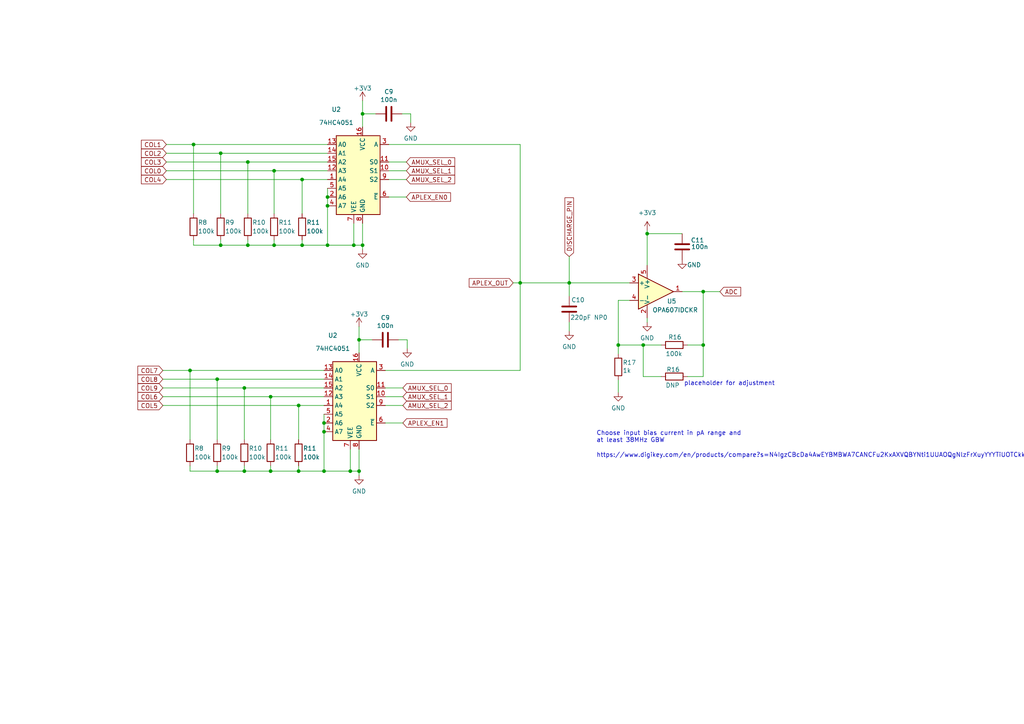
<source format=kicad_sch>
(kicad_sch (version 20230121) (generator eeschema)
  (paper "A4")
  (title_block (title "Le Capybara") (date "2023-07-08") (rev "0.2") (company "sporkus"))
  (lib_symbols
    (symbol "74xx:74HC4051"
      (property "Reference" "U" (at -5.08 11.43 0))
      (property "Value" "74HC4051" (at -7.62 -13.97 0))
      (symbol "74HC4051_0_1"
        (rectangle (start -5.08 10.16) (end 7.62 -12.7) (stroke (width 0.254)) (fill (type background)))
      )
      (symbol "74HC4051_1_1"
        (pin passive line (at 10.16 -2.54 180) (length 2.54) (name "A4") (number "1"))
        (pin input line (at -7.62 0 0) (length 2.54) (name "S1") (number "10"))
        (pin input line (at -7.62 2.54 0) (length 2.54) (name "S0") (number "11"))
        (pin passive line (at 10.16 0 180) (length 2.54) (name "A3") (number "12"))
        (pin passive line (at 10.16 7.62 180) (length 2.54) (name "A0") (number "13"))
        (pin passive line (at 10.16 5.08 180) (length 2.54) (name "A1") (number "14"))
        (pin passive line (at 10.16 2.54 180) (length 2.54) (name "A2") (number "15"))
        (pin power_in line (at 0 12.7 270) (length 2.54) (name "VCC") (number "16"))
        (pin passive line (at 10.16 -7.62 180) (length 2.54) (name "A6") (number "2"))
        (pin passive line (at -7.62 7.62 0) (length 2.54) (name "A") (number "3"))
        (pin passive line (at 10.16 -10.16 180) (length 2.54) (name "A7") (number "4"))
        (pin passive line (at 10.16 -5.08 180) (length 2.54) (name "A5") (number "5"))
        (pin input line (at -7.62 -7.62 0) (length 2.54) (name "~{E}") (number "6"))
        (pin power_in line (at 2.54 -15.24 90) (length 2.54) (name "VEE") (number "7"))
        (pin power_in line (at 0 -15.24 90) (length 2.54) (name "GND") (number "8"))
        (pin input line (at -7.62 -2.54 0) (length 2.54) (name "S2") (number "9"))
      )
    )
    (symbol "Amplifier_Operational:OPA340NA" (pin_names (offset 0.127))
      (property "Reference" "U" (at -1.27 6.35 0))
      (property "Value" "OPA340NA" (at -1.27 3.81 0))
      (symbol "OPA340NA_0_1"
        (polyline (pts (xy -5.08 5.08) (xy 5.08 0) (xy -5.08 -5.08) (xy -5.08 5.08)) (stroke (width 0.254)) (fill (type background)))
        (pin power_in line (at -2.54 -7.62 90) (length 3.81) (name "V-") (number "2"))
        (pin power_in line (at -2.54 7.62 270) (length 3.81) (name "V+") (number "5"))
      )
      (symbol "OPA340NA_1_1"
        (pin output line (at 7.62 0 180) (length 2.54) (name "~") (number "1"))
        (pin input line (at -7.62 2.54 0) (length 2.54) (name "+") (number "3"))
        (pin input line (at -7.62 -2.54 0) (length 2.54) (name "-") (number "4"))
      )
    )
    (symbol "Device:C" (pin_numbers hide) (pin_names (offset 0.254))
      (property "Reference" "C" (at 0.635 2.54 0))
      (property "Value" "C" (at 0.635 -2.54 0))
      (symbol "C_0_1"
        (polyline (pts (xy -2.032 -0.762) (xy 2.032 -0.762)) (stroke (width 0.508)))
        (polyline (pts (xy -2.032 0.762) (xy 2.032 0.762)) (stroke (width 0.508)))
      )
      (symbol "C_1_1"
        (pin passive line (at 0 3.81 270) (length 2.794) (name "~") (number "1"))
        (pin passive line (at 0 -3.81 90) (length 2.794) (name "~") (number "2"))
      )
    )
    (symbol "Device:R" (pin_numbers hide) (pin_names (offset 0))
      (property "Reference" "R" (at 2.032 0 90))
      (property "Value" "R" (at 0 0 90))
      (symbol "R_0_1"
        (rectangle (start -1.016 -2.54) (end 1.016 2.54) (stroke (width 0.254)))
      )
      (symbol "R_1_1"
        (pin passive line (at 0 3.81 270) (length 1.27) (name "~") (number "1"))
        (pin passive line (at 0 -3.81 90) (length 1.27) (name "~") (number "2"))
      )
    )
    (symbol "power:+3.3V" (power) (pin_names (offset 0))
      (property "Value" "+3.3V" (at 0 3.556 0))
      (symbol "+3.3V_0_1"
        (polyline (pts (xy -0.762 1.27) (xy 0 2.54)))
        (polyline (pts (xy 0 0) (xy 0 2.54)))
        (polyline (pts (xy 0 2.54) (xy 0.762 1.27)))
      )
      (symbol "+3.3V_1_1"
        (pin power_in line (at 0 0 90) (length 0) hide (name "+3V3") (number "1"))
      )
    )
    (symbol "power:GND" (power) (pin_names (offset 0))
      (property "Value" "GND" (at 0 -3.81 0))
      (symbol "GND_0_1"
        (polyline (pts (xy 0 0) (xy 0 -1.27) (xy 1.27 -1.27) (xy 0 -2.54) (xy -1.27 -1.27) (xy 0 -1.27)))
      )
      (symbol "GND_1_1"
        (pin power_in line (at 0 0 270) (length 0) hide (name "GND") (number "1"))
      )
    )
  )
  (junction (at 93.98 125.222))
  (junction (at 93.98 122.682))
  (junction (at 93.98 136.652))
  (junction (at 62.992 136.652))
  (junction (at 165.1 82.042))
  (junction (at 87.63 71.12))
  (junction (at 203.962 100.076))
  (junction (at 62.992 109.982))
  (junction (at 86.614 117.602))
  (junction (at 150.876 82.042))
  (junction (at 79.502 49.53))
  (junction (at 70.866 112.522))
  (junction (at 102.616 71.12))
  (junction (at 71.882 46.99))
  (junction (at 71.882 71.12))
  (junction (at 203.962 84.582))
  (junction (at 87.63 52.07))
  (junction (at 64.008 71.12))
  (junction (at 64.008 44.45))
  (junction (at 104.14 136.652))
  (junction (at 70.866 136.652))
  (junction (at 94.996 59.69))
  (junction (at 94.996 57.15))
  (junction (at 101.6 136.652))
  (junction (at 105.156 33.02))
  (junction (at 79.502 71.12))
  (junction (at 55.118 107.442))
  (junction (at 86.614 136.652))
  (junction (at 179.324 100.076))
  (junction (at 105.156 71.12))
  (junction (at 104.14 98.552))
  (junction (at 78.486 136.652))
  (junction (at 78.486 115.062))
  (junction (at 94.996 71.12))
  (junction (at 56.134 41.91))
  (junction (at 186.563 100.076))
  (junction (at 187.706 67.7734))
  (wire (pts (xy 165.1 82.042) (xy 182.626 82.042)))
  (wire (pts (xy 79.502 69.596) (xy 79.502 71.12)))
  (wire (pts (xy 94.996 52.07) (xy 87.63 52.07)))
  (wire (pts (xy 115.57 98.552) (xy 118.11 98.552)))
  (wire (pts (xy 119.126 33.02) (xy 119.126 35.56)))
  (wire (pts (xy 150.876 82.042) (xy 150.876 41.91)))
  (wire (pts (xy 87.63 61.976) (xy 87.63 52.07)))
  (wire (pts (xy 47.244 115.062) (xy 78.486 115.062)))
  (wire (pts (xy 70.866 135.128) (xy 70.866 136.652)))
  (wire (pts (xy 112.776 41.91) (xy 150.876 41.91)))
  (wire (pts (xy 117.856 57.15) (xy 112.776 57.15)))
  (wire (pts (xy 150.876 107.442) (xy 111.76 107.442)))
  (wire (pts (xy 86.614 135.128) (xy 86.614 136.652)))
  (wire (pts (xy 105.156 33.02) (xy 105.156 36.83)))
  (wire (pts (xy 165.1 93.472) (xy 165.1 96.012)))
  (wire (pts (xy 199.39 100.076) (xy 203.962 100.076)))
  (wire (pts (xy 186.563 100.076) (xy 191.77 100.076)))
  (wire (pts (xy 112.776 52.07) (xy 117.856 52.07)))
  (wire (pts (xy 101.6 136.652) (xy 104.14 136.652)))
  (wire (pts (xy 94.996 49.53) (xy 79.502 49.53)))
  (wire (pts (xy 187.706 67.7734) (xy 197.866 67.7734)))
  (wire (pts (xy 71.882 69.596) (xy 71.882 71.12)))
  (wire (pts (xy 47.244 109.982) (xy 62.992 109.982)))
  (wire (pts (xy 48.26 44.45) (xy 64.008 44.45)))
  (wire (pts (xy 102.616 71.12) (xy 105.156 71.12)))
  (wire (pts (xy 87.63 71.12) (xy 94.996 71.12)))
  (wire (pts (xy 64.008 71.12) (xy 71.882 71.12)))
  (wire (pts (xy 150.876 107.442) (xy 150.876 82.042)))
  (wire (pts (xy 94.996 59.69) (xy 94.996 71.12)))
  (wire (pts (xy 101.6 130.302) (xy 101.6 136.652)))
  (wire (pts (xy 203.962 109.22) (xy 203.962 100.076)))
  (wire (pts (xy 203.962 84.582) (xy 197.866 84.582)))
  (wire (pts (xy 78.486 135.128) (xy 78.486 136.652)))
  (wire (pts (xy 55.118 127.508) (xy 55.118 107.442)))
  (wire (pts (xy 86.614 117.602) (xy 93.98 117.602)))
  (wire (pts (xy 78.486 115.062) (xy 78.486 127.508)))
  (wire (pts (xy 111.76 112.522) (xy 116.84 112.522)))
  (wire (pts (xy 116.84 122.682) (xy 111.76 122.682)))
  (wire (pts (xy 56.134 41.91) (xy 94.996 41.91)))
  (wire (pts (xy 107.95 98.552) (xy 104.14 98.552)))
  (wire (pts (xy 78.486 136.652) (xy 86.614 136.652)))
  (wire (pts (xy 105.156 72.39) (xy 105.156 71.12)))
  (wire (pts (xy 86.614 136.652) (xy 93.98 136.652)))
  (wire (pts (xy 48.26 49.53) (xy 79.502 49.53)))
  (wire (pts (xy 118.11 98.552) (xy 118.11 101.092)))
  (wire (pts (xy 187.706 67.7734) (xy 187.706 76.962)))
  (wire (pts (xy 102.616 64.77) (xy 102.616 71.12)))
  (wire (pts (xy 150.876 82.042) (xy 165.1 82.042)))
  (wire (pts (xy 62.992 135.128) (xy 62.992 136.652)))
  (wire (pts (xy 62.992 109.982) (xy 93.98 109.982)))
  (wire (pts (xy 55.118 136.652) (xy 62.992 136.652)))
  (wire (pts (xy 56.134 71.12) (xy 64.008 71.12)))
  (wire (pts (xy 56.134 69.596) (xy 56.134 71.12)))
  (wire (pts (xy 105.156 64.77) (xy 105.156 71.12)))
  (wire (pts (xy 55.118 135.128) (xy 55.118 136.652)))
  (wire (pts (xy 94.996 44.45) (xy 64.008 44.45)))
  (wire (pts (xy 203.962 84.582) (xy 203.962 100.076)))
  (wire (pts (xy 104.14 137.922) (xy 104.14 136.652)))
  (wire (pts (xy 105.156 29.21) (xy 105.156 33.02)))
  (wire (pts (xy 71.882 71.12) (xy 79.502 71.12)))
  (wire (pts (xy 62.992 136.652) (xy 70.866 136.652)))
  (wire (pts (xy 186.563 109.22) (xy 186.563 100.076)))
  (wire (pts (xy 111.76 115.062) (xy 116.84 115.062)))
  (wire (pts (xy 47.244 117.602) (xy 86.614 117.602)))
  (wire (pts (xy 48.26 52.07) (xy 87.63 52.07)))
  (wire (pts (xy 94.996 54.61) (xy 94.996 57.15)))
  (wire (pts (xy 112.776 49.53) (xy 117.856 49.53)))
  (wire (pts (xy 47.244 112.522) (xy 70.866 112.522)))
  (wire (pts (xy 47.244 107.442) (xy 55.118 107.442)))
  (wire (pts (xy 93.98 115.062) (xy 78.486 115.062)))
  (wire (pts (xy 165.1 74.422) (xy 165.1 82.042)))
  (wire (pts (xy 71.882 61.976) (xy 71.882 46.99)))
  (wire (pts (xy 116.586 33.02) (xy 119.126 33.02)))
  (wire (pts (xy 165.1 82.042) (xy 165.1 85.852)))
  (wire (pts (xy 104.14 98.552) (xy 104.14 102.362)))
  (wire (pts (xy 111.76 117.602) (xy 116.84 117.602)))
  (wire (pts (xy 64.008 69.596) (xy 64.008 71.12)))
  (wire (pts (xy 93.98 136.652) (xy 101.6 136.652)))
  (wire (pts (xy 179.324 110.236) (xy 179.324 113.792)))
  (wire (pts (xy 93.98 120.142) (xy 93.98 122.682)))
  (wire (pts (xy 64.008 61.976) (xy 64.008 44.45)))
  (wire (pts (xy 104.14 94.742) (xy 104.14 98.552)))
  (wire (pts (xy 199.39 109.22) (xy 203.962 109.22)))
  (wire (pts (xy 104.14 130.302) (xy 104.14 136.652)))
  (wire (pts (xy 48.26 41.91) (xy 56.134 41.91)))
  (wire (pts (xy 108.966 33.02) (xy 105.156 33.02)))
  (wire (pts (xy 93.98 122.682) (xy 93.98 125.222)))
  (wire (pts (xy 93.98 125.222) (xy 93.98 136.652)))
  (wire (pts (xy 86.614 127.508) (xy 86.614 117.602)))
  (wire (pts (xy 70.866 136.652) (xy 78.486 136.652)))
  (wire (pts (xy 48.26 46.99) (xy 71.882 46.99)))
  (wire (pts (xy 112.776 46.99) (xy 117.856 46.99)))
  (wire (pts (xy 70.866 127.508) (xy 70.866 112.522)))
  (wire (pts (xy 70.866 112.522) (xy 93.98 112.522)))
  (wire (pts (xy 203.962 84.582) (xy 208.788 84.582)))
  (wire (pts (xy 94.996 57.15) (xy 94.996 59.69)))
  (wire (pts (xy 186.563 109.22) (xy 191.77 109.22)))
  (wire (pts (xy 179.324 87.122) (xy 179.324 100.076)))
  (wire (pts (xy 187.706 66.802) (xy 187.706 67.7734)))
  (wire (pts (xy 94.996 71.12) (xy 102.616 71.12)))
  (wire (pts (xy 179.324 100.076) (xy 179.324 102.616)))
  (wire (pts (xy 94.996 46.99) (xy 71.882 46.99)))
  (wire (pts (xy 148.844 82.042) (xy 150.876 82.042)))
  (wire (pts (xy 87.63 69.596) (xy 87.63 71.12)))
  (wire (pts (xy 62.992 127.508) (xy 62.992 109.982)))
  (wire (pts (xy 55.118 107.442) (xy 93.98 107.442)))
  (wire (pts (xy 56.134 61.976) (xy 56.134 41.91)))
  (wire (pts (xy 187.706 92.202) (xy 187.706 93.472)))
  (wire (pts (xy 179.324 100.076) (xy 186.563 100.076)))
  (wire (pts (xy 179.324 87.122) (xy 182.626 87.122)))
  (wire (pts (xy 79.502 49.53) (xy 79.502 61.976)))
  (wire (pts (xy 79.502 71.12) (xy 87.63 71.12)))
  (text "placeholder for adjustment" (at 198.374 112.014 0) (effects (font (size 1.27 1.27)) (justify left bottom)))
  (text "https://www.digikey.com/en/products/compare?s=N4IgzCBcDa4AwEYBMBWA7CANCFu2KxAXVQBYNti1UUAOQgNlzFrXuyYYYTiUOTCkkATlIp%2BSMCiRJaCfmjSlaU8QF1spKCAD0AUwB2OgA4AnAPYATAK4BjAC4BnHQDMAlgBt7e0zo9uDPQBDXyCAW2N-dx9nAMd7U2sww3sg%2BzdzAwBac2Ms8ONHLIAjaxcXH3yI5wZWAH5HAF4AOVIASQBzACsAYQAhW3MAcQB3AGkRgEFSAEcOgFkALQBFIYBNAFF5yaQ%2Bg0njDoARZeOkAFUdt0n5kbbJjcnHDr62vr02gA9JgBlJyZG8ycXUckzCAAkZiM0PYABYuSwGcHgjakMAAKTc6L6IxGcE%2BADUAEoEkbGWgAN3MsPOIxQFLWvQAYsUjkEANYAT3Bbi4KA6AHkAF4MJnNIXLRY7Sb7I7GAAaY1hAAViqR0R5%2BbCwkLugB1IUzBgAUl2nzGKAFPTCPVs7L0tvm8s%2BHVsAGUZsY1sUNj0enrJj1ObYiR0CUcPOdTe8%2BudmtZ2XAGAShQTjHqgwwiaZItZFt0E9GxvZ2eikEFzj0gnpisIER5LHoCQgmfKACp6o5HNbNBjy%2BXFIXy8wCywdT4bGZE5aRtbRxbnc60UgeMJgeaKPSLWw9PQjI5C8w-Aw9aNBTk9eWTLqWIXKgV6DoeJD4LIC5pOWG0SykCkEjqTPKer3JMtiBigyyPJMBLLJMY59D8tiPHo8rLMI4IjGETJTEyYEbEoUHypybjNAYaycn0kxBBsHSdiMRJMm0TIbOcYBMpRGwbNG6KfBinweG0QrJNI5xCm4Qawn0Qp6HopAIJMYzLEGxg9GMepEuc6KLCgQQ9D81jOtGbacrB6JgEcfQLqYNKmJ85wzAg8o-Aw9lEm4YzorCJlupMbQEj0pBrG45x6m48xtm4tBrG2HiLJ88o9G2wxuvMRwdD08zLJy2JjH0fRtjWbQ9P86ITLQ4KkJMRxhNGQyfH0Ar3Ey5h9GMxl6EcjiLF0MyWGgYzgpMRakJBPTgsU6xtGE5jzAY5wIGgQQwbYWRuOCyz9i4xU9CsSDNJ8-QdJyQx9BSAFEmAHG0OYiwGCRYAbV0kyfG4cDonqAEgAAvkAA" (at 172.974 132.842 0) (effects (font (size 1.27 1.27)) (justify left bottom)))
  (text "Choose input bias current in pA range and\nat least 38MHz GBW" (at 172.974 128.524 0) (effects (font (size 1.27 1.27)) (justify left bottom)))
  (global_label "AMUX_SEL_2" (shape input) (at 117.856 52.07 0) (property "Intersheetrefs" "${INTERSHEET_REFS}" (effects hide)))
  (global_label "COL6" (shape input) (at 47.244 115.062 180) (property "Intersheetrefs" "${INTERSHEET_REFS}" (effects hide)))
  (global_label "AMUX_SEL_0" (shape input) (at 117.856 46.99 0) (property "Intersheetrefs" "${INTERSHEET_REFS}" (effects hide)))
  (global_label "COL5" (shape input) (at 47.244 117.602 180) (property "Intersheetrefs" "${INTERSHEET_REFS}" (effects hide)))
  (global_label "COL0" (shape input) (at 48.26 49.53 180) (property "Intersheetrefs" "${INTERSHEET_REFS}" (effects hide)))
  (global_label "ADC" (shape input) (at 208.788 84.582 0) (property "Intersheetrefs" "${INTERSHEET_REFS}" (effects hide)))
  (global_label "COL7" (shape input) (at 47.244 107.442 180) (property "Intersheetrefs" "${INTERSHEET_REFS}" (effects hide)))
  (global_label "COL8" (shape input) (at 47.244 109.982 180) (property "Intersheetrefs" "${INTERSHEET_REFS}" (effects hide)))
  (global_label "APLEX_EN0" (shape input) (at 117.856 57.15 0) (property "Intersheetrefs" "${INTERSHEET_REFS}" (effects hide)))
  (global_label "APLEX_OUT" (shape input) (at 148.844 82.042 180) (property "Intersheetrefs" "${INTERSHEET_REFS}" (effects hide)))
  (global_label "COL2" (shape input) (at 48.26 44.45 180) (property "Intersheetrefs" "${INTERSHEET_REFS}" (effects hide)))
  (global_label "COL1" (shape input) (at 48.26 41.91 180) (property "Intersheetrefs" "${INTERSHEET_REFS}" (effects hide)))
  (global_label "DISCHARGE_PIN" (shape input) (at 165.1 74.422 90) (property "Intersheetrefs" "${INTERSHEET_REFS}" (effects hide)))
  (global_label "COL9" (shape input) (at 47.244 112.522 180) (property "Intersheetrefs" "${INTERSHEET_REFS}" (effects hide)))
  (global_label "APLEX_EN1" (shape input) (at 116.84 122.682 0) (property "Intersheetrefs" "${INTERSHEET_REFS}" (effects hide)))
  (global_label "AMUX_SEL_0" (shape input) (at 116.84 112.522 0) (property "Intersheetrefs" "${INTERSHEET_REFS}" (effects hide)))
  (global_label "COL3" (shape input) (at 48.26 46.99 180) (property "Intersheetrefs" "${INTERSHEET_REFS}" (effects hide)))
  (global_label "AMUX_SEL_2" (shape input) (at 116.84 117.602 0) (property "Intersheetrefs" "${INTERSHEET_REFS}" (effects hide)))
  (global_label "COL4" (shape input) (at 48.26 52.07 180) (property "Intersheetrefs" "${INTERSHEET_REFS}" (effects hide)))
  (global_label "AMUX_SEL_1" (shape input) (at 116.84 115.062 0) (property "Intersheetrefs" "${INTERSHEET_REFS}" (effects hide)))
  (global_label "AMUX_SEL_1" (shape input) (at 117.856 49.53 0) (property "Intersheetrefs" "${INTERSHEET_REFS}" (effects hide)))
  (symbol (lib_id "Device:R") (at 56.134 65.786 0) (unit 1)
    (property "Reference" "R8" (at 57.404 64.516 0) (effects (justify left)))
    (property "Value" "100k" (at 57.404 67.056 0) (effects (justify left)))
    (property "Footprint" "Resistor_SMD:R_0402_1005Metric" (effects hide))
    (property "LCSC" "C25741" (effects hide))
    (instances (project "analog" (path "" (reference "R8") (unit 1))) (project "le_capybara" (path "" (reference "R7") (unit 1))) (project "EC60-Rev_1_1" (path "" (reference "R8") (unit 1))))
  )
  (symbol (lib_id "power:GND") (at 104.14 137.922 0) (unit 1)
    (property "Reference" "#PWR036" (effects hide))
    (property "Value" "GND" (at 104.14 142.4845 0))
  )
  (symbol (lib_id "Device:R") (at 195.58 109.22 270) (unit 1) (in_bom no)
    (property "Reference" "R16" (at 193.294 107.188 90) (effects (justify left)))
    (property "Value" "DNP" (at 193.04 111.76 90) (effects (justify left)))
    (property "Footprint" "Resistor_SMD:R_0402_1005Metric" (effects hide))
    (instances (project "analog" (path "" (reference "R16") (unit 1))) (project "le_capybara" (path "" (reference "R18") (unit 1))) (project "EC60-Rev_1_1" (path "" (reference "R16") (unit 1))))
  )
  (symbol (lib_id "Device:R") (at 86.614 131.318 0) (unit 1)
    (property "Reference" "R11" (at 87.884 130.048 0) (effects (justify left)))
    (property "Value" "100k" (at 87.884 132.588 0) (effects (justify left)))
    (property "Footprint" "Resistor_SMD:R_0402_1005Metric" (effects hide))
    (property "LCSC" "C25741" (effects hide))
    (instances (project "analog" (path "" (reference "R11") (unit 1))) (project "le_capybara" (path "" (reference "R17") (unit 1))) (project "EC60-Rev_1_1" (path "" (reference "R11") (unit 1))))
  )
  (symbol (lib_id "power:+3.3V") (at 105.156 29.21 0) (unit 1)
    (property "Reference" "#PWR033" (effects hide))
    (property "Value" "+3.3V" (at 105.156 25.6055 0))
    (instances (project "analog" (path "" (reference "#PWR033") (unit 1))) (project "le_capybara" (path "" (reference "#PWR019") (unit 1))) (project "EC60-Rev_1_1" (path "" (reference "#PWR033") (unit 1))))
  )
  (symbol (lib_id "Device:C") (at 112.776 33.02 270) (unit 1)
    (property "Reference" "C9" (at 112.776 26.6192 90))
    (property "Value" "100n" (at 112.776 28.9306 90))
    (property "Footprint" "Capacitor_SMD:C_0402_1005Metric" (effects hide))
    (property "LCSC" "C307331" (effects hide))
    (instances (project "analog" (path "" (reference "C9") (unit 1))) (project "le_capybara" (path "" (reference "C13") (unit 1))) (project "EC60-Rev_1_1" (path "" (reference "C9") (unit 1))))
  )
  (symbol (lib_id "power:GND") (at 119.126 35.56 0) (unit 1)
    (property "Reference" "#PWR034" (effects hide))
    (property "Value" "GND" (at 119.126 40.1225 0))
    (instances (project "analog" (path "" (reference "#PWR034") (unit 1))) (project "le_capybara" (path "" (reference "#PWR020") (unit 1))) (project "EC60-Rev_1_1" (path "" (reference "#PWR034") (unit 1))))
  )
  (symbol (lib_id "Amplifier_Operational:OPA340NA") (at 190.246 84.582 0) (unit 1)
    (property "Reference" "U5" (at 194.818 87.376 0))
    (property "Value" "OPA607IDCKR" (at 195.834 89.916 0))
    (property "Footprint" "Package_TO_SOT_SMD:SOT-353_SC-70-5" (effects hide))
    (property "Datasheet" "https://www.ti.com/lit/ds/symlink/opa607.pdf" (effects hide))
  )
  (symbol (lib_id "Device:R") (at 79.502 65.786 0) (unit 1)
    (property "Reference" "R11" (at 80.772 64.516 0) (effects (justify left)))
    (property "Value" "100k" (at 80.772 67.056 0) (effects (justify left)))
    (property "Footprint" "Resistor_SMD:R_0402_1005Metric" (effects hide))
    (property "LCSC" "C25741" (effects hide))
    (instances (project "analog" (path "" (reference "R11") (unit 1))) (project "le_capybara" (path "" (reference "R10") (unit 1))) (project "EC60-Rev_1_1" (path "" (reference "R11") (unit 1))))
  )
  (symbol (lib_id "74xx:74HC4051") (at 105.156 49.53 0) (mirror y) (unit 1)
    (property "Reference" "U2" (at 97.536 31.75 0))
    (property "Value" "74HC4051" (at 97.536 35.56 0))
    (property "Footprint" "Package_SO:TSSOP-16_4.4x5mm_P0.65mm" (effects hide))
    (property "Datasheet" "http://www.ti.com/lit/ds/symlink/cd74hc4051.pdf" (effects hide))
    (property "LCSC" "C5645" (effects hide))
    (instances (project "analog" (path "" (reference "U2") (unit 1))) (project "le_capybara" (path "" (reference "U4") (unit 1))) (project "EC60-Rev_1_1" (path "" (reference "U2") (unit 1))))
  )
  (symbol (lib_id "power:GND") (at 118.11 101.092 0) (unit 1)
    (property "Reference" "#PWR034" (effects hide))
    (property "Value" "GND" (at 118.11 105.6545 0))
    (instances (project "analog" (path "" (reference "#PWR034") (unit 1))) (project "le_capybara" (path "" (reference "#PWR035") (unit 1))) (project "EC60-Rev_1_1" (path "" (reference "#PWR034") (unit 1))))
  )
  (symbol (lib_id "power:+3.3V") (at 104.14 94.742 0) (unit 1)
    (property "Reference" "#PWR033" (effects hide))
    (property "Value" "+3.3V" (at 104.14 91.1375 0))
    (instances (project "analog" (path "" (reference "#PWR033") (unit 1))) (project "le_capybara" (path "" (reference "#PWR034") (unit 1))) (project "EC60-Rev_1_1" (path "" (reference "#PWR033") (unit 1))))
  )
  (symbol (lib_id "power:GND") (at 187.706 93.472 0) (unit 1)
    (property "Reference" "#PWR041" (effects hide))
    (property "Value" "GND" (at 187.706 98.0345 0))
    (instances (project "analog" (path "" (reference "#PWR041") (unit 1))) (project "le_capybara" (path "" (reference "#PWR028") (unit 1))) (project "EC60-Rev_1_1" (path "" (reference "#PWR041") (unit 1))))
  )
  (symbol (lib_id "power:GND") (at 179.324 113.792 0) (unit 1)
    (property "Reference" "#PWR041" (effects hide))
    (property "Value" "GND" (at 179.324 118.3545 0))
    (instances (project "analog" (path "" (reference "#PWR041") (unit 1))) (project "le_capybara" (path "" (reference "#PWR032") (unit 1))) (project "EC60-Rev_1_1" (path "" (reference "#PWR041") (unit 1))))
  )
  (symbol (lib_id "Device:C") (at 197.866 71.5834 0) (mirror x) (unit 1)
    (property "Reference" "C11" (at 202.311 69.6784 0))
    (property "Value" "100n" (at 202.946 71.5834 0))
    (property "Footprint" "Capacitor_SMD:C_0402_1005Metric" (effects hide))
    (property "LCSC" "C307331" (effects hide))
    (instances (project "analog" (path "" (reference "C11") (unit 1))) (project "le_capybara" (path "" (reference "C15") (unit 1))) (project "EC60-Rev_1_1" (path "" (reference "C11") (unit 1))))
  )
  (symbol (lib_id "Device:R") (at 87.63 65.786 0) (unit 1)
    (property "Reference" "R11" (at 88.9 64.516 0) (effects (justify left)))
    (property "Value" "100k" (at 88.9 67.056 0) (effects (justify left)))
    (property "Footprint" "Resistor_SMD:R_0402_1005Metric" (effects hide))
    (property "LCSC" "C25741" (effects hide))
  )
  (symbol (lib_id "power:GND") (at 105.156 72.39 0) (unit 1)
    (property "Reference" "#PWR036" (effects hide))
    (property "Value" "GND" (at 105.156 76.9525 0))
    (instances (project "analog" (path "" (reference "#PWR036") (unit 1))) (project "le_capybara" (path "" (reference "#PWR031") (unit 1))) (project "EC60-Rev_1_1" (path "" (reference "#PWR036") (unit 1))))
  )
  (symbol (lib_id "Device:R") (at 78.486 131.318 0) (unit 1)
    (property "Reference" "R11" (at 79.756 130.048 0) (effects (justify left)))
    (property "Value" "100k" (at 79.756 132.588 0) (effects (justify left)))
    (property "Footprint" "Resistor_SMD:R_0402_1005Metric" (effects hide))
    (property "LCSC" "C25741" (effects hide))
    (instances (project "analog" (path "" (reference "R11") (unit 1))) (project "le_capybara" (path "" (reference "R16") (unit 1))) (project "EC60-Rev_1_1" (path "" (reference "R11") (unit 1))))
  )
  (symbol (lib_id "Device:R") (at 195.58 100.076 270) (unit 1)
    (property "Reference" "R16" (at 193.802 97.79 90) (effects (justify left)))
    (property "Value" "100k" (at 193.04 102.616 90) (effects (justify left)))
    (property "Footprint" "Resistor_SMD:R_0402_1005Metric" (effects hide))
    (property "LCSC" "C25741" (effects hide))
    (instances (project "analog" (path "" (reference "R16") (unit 1))) (project "le_capybara" (path "" (reference "R6") (unit 1))) (project "EC60-Rev_1_1" (path "" (reference "R16") (unit 1))))
  )
  (symbol (lib_id "Device:C") (at 111.76 98.552 270) (unit 1)
    (property "Reference" "C9" (at 111.76 92.1512 90))
    (property "Value" "100n" (at 111.76 94.4626 90))
    (property "Footprint" "Capacitor_SMD:C_0402_1005Metric" (effects hide))
    (property "LCSC" "C307331" (effects hide))
    (instances (project "analog" (path "" (reference "C9") (unit 1))) (project "le_capybara" (path "" (reference "C16") (unit 1))) (project "EC60-Rev_1_1" (path "" (reference "C9") (unit 1))))
  )
  (symbol (lib_id "Device:C") (at 165.1 89.662 0) (unit 1)
    (property "Reference" "C10" (at 167.64 86.995 0))
    (property "Value" "220pF NP0" (at 170.815 92.075 0))
    (property "Footprint" "Capacitor_SMD:C_0402_1005Metric" (effects hide))
    (property "LCSC" "C1530" (effects hide))
    (instances (project "analog" (path "" (reference "C10") (unit 1))) (project "le_capybara" (path "" (reference "C14") (unit 1))) (project "EC60-Rev_1_1" (path "" (reference "C10") (unit 1))))
  )
  (symbol (lib_id "74xx:74HC4051") (at 104.14 115.062 0) (mirror y) (unit 1)
    (property "Reference" "U2" (at 96.52 97.282 0))
    (property "Value" "74HC4051" (at 96.52 101.092 0))
    (property "Footprint" "Package_SO:TSSOP-16_4.4x5mm_P0.65mm" (effects hide))
    (property "Datasheet" "http://www.ti.com/lit/ds/symlink/cd74hc4051.pdf" (effects hide))
    (property "LCSC" "C5645" (effects hide))
    (instances (project "analog" (path "" (reference "U2") (unit 1))) (project "le_capybara" (path "" (reference "U6") (unit 1))) (project "EC60-Rev_1_1" (path "" (reference "U2") (unit 1))))
  )
  (symbol (lib_id "Device:R") (at 71.882 65.786 0) (unit 1)
    (property "Reference" "R10" (at 73.152 64.516 0) (effects (justify left)))
    (property "Value" "100k" (at 73.152 67.056 0) (effects (justify left)))
    (property "Footprint" "Resistor_SMD:R_0402_1005Metric" (effects hide))
    (property "LCSC" "C25741" (effects hide))
    (instances (project "analog" (path "" (reference "R10") (unit 1))) (project "le_capybara" (path "" (reference "R9") (unit 1))) (project "EC60-Rev_1_1" (path "" (reference "R10") (unit 1))))
  )
  (symbol (lib_id "Device:R") (at 62.992 131.318 0) (unit 1)
    (property "Reference" "R9" (at 64.262 130.048 0) (effects (justify left)))
    (property "Value" "100k" (at 64.262 132.588 0) (effects (justify left)))
    (property "Footprint" "Resistor_SMD:R_0402_1005Metric" (effects hide))
    (property "LCSC" "C25741" (effects hide))
    (instances (project "analog" (path "" (reference "R9") (unit 1))) (project "le_capybara" (path "" (reference "R13") (unit 1))) (project "EC60-Rev_1_1" (path "" (reference "R9") (unit 1))))
  )
  (symbol (lib_id "Device:R") (at 55.118 131.318 0) (unit 1)
    (property "Reference" "R8" (at 56.388 130.048 0) (effects (justify left)))
    (property "Value" "100k" (at 56.388 132.588 0) (effects (justify left)))
    (property "Footprint" "Resistor_SMD:R_0402_1005Metric" (effects hide))
    (property "LCSC" "C25741" (effects hide))
    (instances (project "analog" (path "" (reference "R8") (unit 1))) (project "le_capybara" (path "" (reference "R12") (unit 1))) (project "EC60-Rev_1_1" (path "" (reference "R8") (unit 1))))
  )
  (symbol (lib_id "power:GND") (at 165.1 96.012 0) (unit 1)
    (property "Reference" "#PWR037" (effects hide))
    (property "Value" "GND" (at 165.1 100.5745 0))
    (instances (project "analog" (path "" (reference "#PWR037") (unit 1))) (project "le_capybara" (path "" (reference "#PWR029") (unit 1))) (project "EC60-Rev_1_1" (path "" (reference "#PWR037") (unit 1))))
  )
  (symbol (lib_id "Device:R") (at 70.866 131.318 0) (unit 1)
    (property "Reference" "R10" (at 72.136 130.048 0) (effects (justify left)))
    (property "Value" "100k" (at 72.136 132.588 0) (effects (justify left)))
    (property "Footprint" "Resistor_SMD:R_0402_1005Metric" (effects hide))
    (property "LCSC" "C25741" (effects hide))
    (instances (project "analog" (path "" (reference "R10") (unit 1))) (project "le_capybara" (path "" (reference "R14") (unit 1))) (project "EC60-Rev_1_1" (path "" (reference "R10") (unit 1))))
  )
  (symbol (lib_id "Device:R") (at 64.008 65.786 0) (unit 1)
    (property "Reference" "R9" (at 65.278 64.516 0) (effects (justify left)))
    (property "Value" "100k" (at 65.278 67.056 0) (effects (justify left)))
    (property "Footprint" "Resistor_SMD:R_0402_1005Metric" (effects hide))
    (property "LCSC" "C25741" (effects hide))
    (instances (project "analog" (path "" (reference "R9") (unit 1))) (project "le_capybara" (path "" (reference "R8") (unit 1))) (project "EC60-Rev_1_1" (path "" (reference "R9") (unit 1))))
  )
  (symbol (lib_id "power:+3.3V") (at 187.706 66.802 0) (unit 1)
    (property "Reference" "#PWR042" (effects hide))
    (property "Value" "+3.3V" (at 187.706 61.722 0))
    (instances (project "analog" (path "" (reference "#PWR042") (unit 1))) (project "le_capybara" (path "" (reference "#PWR033") (unit 1))) (project "EC60-Rev_1_1" (path "" (reference "#PWR042") (unit 1))))
  )
  (symbol (lib_id "Device:R") (at 179.324 106.426 0) (unit 1)
    (property "Reference" "R17" (at 180.594 105.156 0) (effects (justify left)))
    (property "Value" "1k" (at 180.594 107.4674 0) (effects (justify left)))
    (property "Footprint" "Resistor_SMD:R_0402_1005Metric" (effects hide))
    (property "LCSC" "C11702" (effects hide))
    (instances (project "analog" (path "" (reference "R17") (unit 1))) (project "le_capybara" (path "" (reference "R15") (unit 1))) (project "EC60-Rev_1_1" (path "" (reference "R17") (unit 1))))
  )
  (symbol (lib_id "power:GND") (at 197.866 75.3934 0) (unit 1)
    (property "Reference" "#PWR039" (effects hide))
    (property "Value" "GND" (at 201.295 76.835 0))
    (instances (project "analog" (path "" (reference "#PWR039") (unit 1))) (project "le_capybara" (path "" (reference "#PWR030") (unit 1))) (project "EC60-Rev_1_1" (path "" (reference "#PWR039") (unit 1))))
  )
)
</source>
